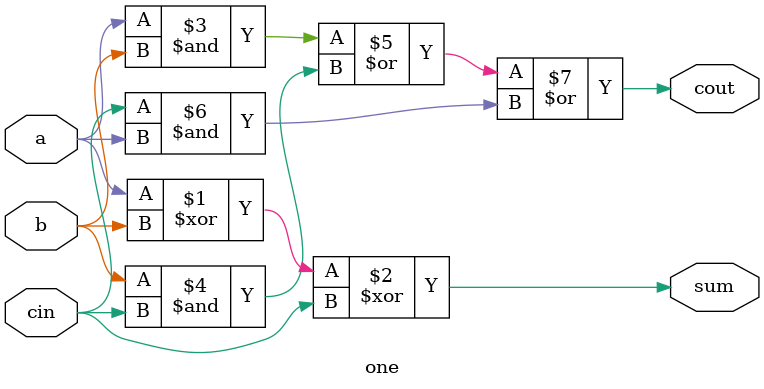
<source format=v>
`timescale 1ns / 1ps
module one(a,b,cin,sum,cout
    );
input a,b,cin;
output sum,cout;
wire cout,sum;
assign sum= a^b^cin;
assign cout= (a&b)|(b&cin)|(cin&a);

endmodule

</source>
